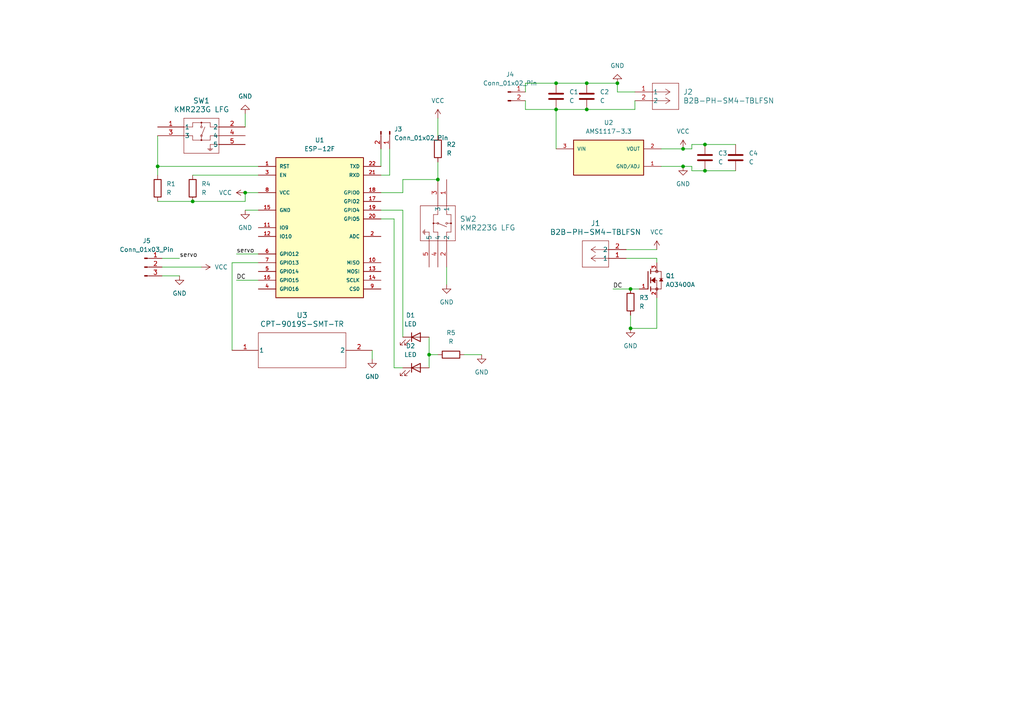
<source format=kicad_sch>
(kicad_sch (version 20230121) (generator eeschema)
  (paper "A4")
  (lib_symbols
    (symbol "Connector:Conn_01x02_Pin" (pin_names (offset 1.016) hide)
      (property "Reference" "J" (at 0 2.54 0))
      (property "Value" "Conn_01x02_Pin" (at 0 -5.08 0))
      (symbol "Conn_01x02_Pin_1_1"
        (polyline (pts (xy 1.27 -2.54) (xy 0.8636 -2.54)) (stroke (width 0.1524)))
        (polyline (pts (xy 1.27 0) (xy 0.8636 0)) (stroke (width 0.1524)))
        (rectangle (start 0.8636 -2.413) (end 0 -2.667) (stroke (width 0.1524)) (fill (type outline)))
        (rectangle (start 0.8636 0.127) (end 0 -0.127) (stroke (width 0.1524)) (fill (type outline)))
        (pin passive line (at 5.08 0 180) (length 3.81) (name "Pin_1") (number "1"))
        (pin passive line (at 5.08 -2.54 180) (length 3.81) (name "Pin_2") (number "2"))
      )
    )
    (symbol "Connector:Conn_01x03_Pin" (pin_names (offset 1.016) hide)
      (property "Reference" "J" (at 0 5.08 0))
      (property "Value" "Conn_01x03_Pin" (at 0 -5.08 0))
      (symbol "Conn_01x03_Pin_1_1"
        (polyline (pts (xy 1.27 -2.54) (xy 0.8636 -2.54)) (stroke (width 0.1524)))
        (polyline (pts (xy 1.27 0) (xy 0.8636 0)) (stroke (width 0.1524)))
        (polyline (pts (xy 1.27 2.54) (xy 0.8636 2.54)) (stroke (width 0.1524)))
        (rectangle (start 0.8636 -2.413) (end 0 -2.667) (stroke (width 0.1524)) (fill (type outline)))
        (rectangle (start 0.8636 0.127) (end 0 -0.127) (stroke (width 0.1524)) (fill (type outline)))
        (rectangle (start 0.8636 2.667) (end 0 2.413) (stroke (width 0.1524)) (fill (type outline)))
        (pin passive line (at 5.08 2.54 180) (length 3.81) (name "Pin_1") (number "1"))
        (pin passive line (at 5.08 0 180) (length 3.81) (name "Pin_2") (number "2"))
        (pin passive line (at 5.08 -2.54 180) (length 3.81) (name "Pin_3") (number "3"))
      )
    )
    (symbol "Device:C" (pin_numbers hide) (pin_names (offset 0.254))
      (property "Reference" "C" (at 0.635 2.54 0))
      (property "Value" "C" (at 0.635 -2.54 0))
      (symbol "C_0_1"
        (polyline (pts (xy -2.032 -0.762) (xy 2.032 -0.762)) (stroke (width 0.508)))
        (polyline (pts (xy -2.032 0.762) (xy 2.032 0.762)) (stroke (width 0.508)))
      )
      (symbol "C_1_1"
        (pin passive line (at 0 3.81 270) (length 2.794) (name "~") (number "1"))
        (pin passive line (at 0 -3.81 90) (length 2.794) (name "~") (number "2"))
      )
    )
    (symbol "Device:LED" (pin_numbers hide) (pin_names (offset 1.016) hide)
      (property "Reference" "D" (at 0 2.54 0))
      (property "Value" "LED" (at 0 -2.54 0))
      (symbol "LED_0_1"
        (polyline (pts (xy -1.27 -1.27) (xy -1.27 1.27)) (stroke (width 0.254)))
        (polyline (pts (xy -1.27 0) (xy 1.27 0)))
        (polyline (pts (xy 1.27 -1.27) (xy 1.27 1.27) (xy -1.27 0) (xy 1.27 -1.27)) (stroke (width 0.254)))
        (polyline (pts (xy -3.048 -0.762) (xy -4.572 -2.286) (xy -3.81 -2.286) (xy -4.572 -2.286) (xy -4.572 -1.524)))
        (polyline (pts (xy -1.778 -0.762) (xy -3.302 -2.286) (xy -2.54 -2.286) (xy -3.302 -2.286) (xy -3.302 -1.524)))
      )
      (symbol "LED_1_1"
        (pin passive line (at -3.81 0 0) (length 2.54) (name "K") (number "1"))
        (pin passive line (at 3.81 0 180) (length 2.54) (name "A") (number "2"))
      )
    )
    (symbol "Device:R" (pin_numbers hide) (pin_names (offset 0))
      (property "Reference" "R" (at 2.032 0 90))
      (property "Value" "R" (at 0 0 90))
      (symbol "R_0_1"
        (rectangle (start -1.016 -2.54) (end 1.016 2.54) (stroke (width 0.254)))
      )
      (symbol "R_1_1"
        (pin passive line (at 0 3.81 270) (length 1.27) (name "~") (number "1"))
        (pin passive line (at 0 -3.81 90) (length 1.27) (name "~") (number "2"))
      )
    )
    (symbol "esp_example_symbols:AMS1117-3.3" (pin_names (offset 1.016))
      (property "Reference" "U" (at -10.16 5.588 0))
      (property "Value" "AMS1117-3.3" (at -10.16 -8.128 0))
      (symbol "AMS1117-3.3_0_0"
        (rectangle (start -10.16 -5.08) (end 10.16 5.08) (stroke (width 0.254)) (fill (type background)))
        (pin power_in line (at 15.24 -2.54 180) (length 5.08) (name "GND/ADJ") (number "1"))
        (pin output line (at 15.24 2.54 180) (length 5.08) (name "VOUT") (number "2"))
        (pin input line (at -15.24 2.54 0) (length 5.08) (name "VIN") (number "3"))
      )
    )
    (symbol "esp_example_symbols:AO3400A" (pin_names (offset 1.016))
      (property "Reference" "Q" (at -8.89 2.54 0))
      (property "Value" "AO3400A" (at -8.89 -7.62 0))
      (symbol "AO3400A_0_0"
        (polyline (pts (xy 0 2.54) (xy 0 -2.54)) (stroke (width 0.254)))
        (polyline (pts (xy 0.762 -2.54) (xy 0.762 -3.175)) (stroke (width 0.254)))
        (polyline (pts (xy 0.762 -1.905) (xy 0.762 -2.54)) (stroke (width 0.254)))
        (polyline (pts (xy 0.762 0) (xy 0.762 -0.762)) (stroke (width 0.254)))
        (polyline (pts (xy 0.762 0) (xy 2.54 0)) (stroke (width 0.1524)))
        (polyline (pts (xy 0.762 0.762) (xy 0.762 0)) (stroke (width 0.254)))
        (polyline (pts (xy 0.762 2.54) (xy 0.762 1.905)) (stroke (width 0.254)))
        (polyline (pts (xy 0.762 2.54) (xy 3.81 2.54)) (stroke (width 0.1524)))
        (polyline (pts (xy 0.762 3.175) (xy 0.762 2.54)) (stroke (width 0.254)))
        (polyline (pts (xy 2.54 -2.54) (xy 0.762 -2.54)) (stroke (width 0.1524)))
        (polyline (pts (xy 2.54 -2.54) (xy 3.81 -2.54)) (stroke (width 0.1524)))
        (polyline (pts (xy 2.54 0) (xy 2.54 -2.54)) (stroke (width 0.1524)))
        (polyline (pts (xy 3.81 0.508) (xy 3.302 0.508)) (stroke (width 0.1524)))
        (polyline (pts (xy 3.81 0.508) (xy 3.81 -2.54)) (stroke (width 0.1524)))
        (polyline (pts (xy 3.81 2.54) (xy 3.81 0.508)) (stroke (width 0.1524)))
        (polyline (pts (xy 4.318 0.508) (xy 3.81 0.508)) (stroke (width 0.1524)))
        (polyline (pts (xy 1.016 0) (xy 2.032 0.762) (xy 2.032 -0.762) (xy 1.016 0)) (stroke (width 0.1524)) (fill (type outline)))
        (polyline (pts (xy 3.81 0.508) (xy 3.302 -0.254) (xy 4.318 -0.254) (xy 3.81 0.508)) (stroke (width 0.1524)) (fill (type outline)))
        (circle (center 2.54 -2.54) (radius 0.3592))
        (circle (center 2.54 2.54) (radius 0.3592))
        (pin passive line (at -2.54 -2.54 0) (length 2.54) (name "~") (number "1"))
        (pin passive line (at 2.54 -5.08 90) (length 2.54) (name "~") (number "2"))
        (pin passive line (at 2.54 5.08 270) (length 2.54) (name "~") (number "3"))
      )
    )
    (symbol "esp_example_symbols:B2B-PH-SM4-TBLFSN" (pin_names (offset 0.254))
      (property "Reference" "J" (at 8.89 6.35 0))
      (property "Value" "B2B-PH-SM4-TBLFSN" (at 0 0 0))
      (symbol "B2B-PH-SM4-TBLFSN_1_1"
        (polyline (pts (xy 5.08 -5.08) (xy 12.7 -5.08)) (stroke (width 0.127)))
        (polyline (pts (xy 5.08 2.54) (xy 5.08 -5.08)) (stroke (width 0.127)))
        (polyline (pts (xy 10.16 -2.54) (xy 5.08 -2.54)) (stroke (width 0.127)))
        (polyline (pts (xy 10.16 -2.54) (xy 8.89 -3.3867)) (stroke (width 0.127)))
        (polyline (pts (xy 10.16 -2.54) (xy 8.89 -1.6933)) (stroke (width 0.127)))
        (polyline (pts (xy 10.16 0) (xy 5.08 0)) (stroke (width 0.127)))
        (polyline (pts (xy 10.16 0) (xy 8.89 -0.8467)) (stroke (width 0.127)))
        (polyline (pts (xy 10.16 0) (xy 8.89 0.8467)) (stroke (width 0.127)))
        (polyline (pts (xy 12.7 -5.08) (xy 12.7 2.54)) (stroke (width 0.127)))
        (polyline (pts (xy 12.7 2.54) (xy 5.08 2.54)) (stroke (width 0.127)))
        (pin unspecified line (at 0 0 0) (length 5.08) (name "1") (number "1"))
        (pin unspecified line (at 0 -2.54 0) (length 5.08) (name "2") (number "2"))
      )
      (symbol "B2B-PH-SM4-TBLFSN_1_2"
        (polyline (pts (xy 5.08 -5.08) (xy 12.7 -5.08)) (stroke (width 0.127)))
        (polyline (pts (xy 5.08 2.54) (xy 5.08 -5.08)) (stroke (width 0.127)))
        (polyline (pts (xy 7.62 -2.54) (xy 5.08 -2.54)) (stroke (width 0.127)))
        (polyline (pts (xy 7.62 -2.54) (xy 8.89 -3.3867)) (stroke (width 0.127)))
        (polyline (pts (xy 7.62 -2.54) (xy 8.89 -1.6933)) (stroke (width 0.127)))
        (polyline (pts (xy 7.62 0) (xy 5.08 0)) (stroke (width 0.127)))
        (polyline (pts (xy 7.62 0) (xy 8.89 -0.8467)) (stroke (width 0.127)))
        (polyline (pts (xy 7.62 0) (xy 8.89 0.8467)) (stroke (width 0.127)))
        (polyline (pts (xy 12.7 -5.08) (xy 12.7 2.54)) (stroke (width 0.127)))
        (polyline (pts (xy 12.7 2.54) (xy 5.08 2.54)) (stroke (width 0.127)))
        (pin unspecified line (at 0 0 0) (length 5.08) (name "1") (number "1"))
        (pin unspecified line (at 0 -2.54 0) (length 5.08) (name "2") (number "2"))
      )
    )
    (symbol "esp_example_symbols:CPT-9019S-SMT-TR" (pin_names (offset 0.254))
      (property "Reference" "U" (at 20.32 10.16 0))
      (property "Value" "CPT-9019S-SMT-TR" (at 20.32 7.62 0))
      (symbol "CPT-9019S-SMT-TR_0_1"
        (polyline (pts (xy 7.62 -5.08) (xy 33.02 -5.08)) (stroke (width 0.127)))
        (polyline (pts (xy 7.62 5.08) (xy 7.62 -5.08)) (stroke (width 0.127)))
        (polyline (pts (xy 33.02 -5.08) (xy 33.02 5.08)) (stroke (width 0.127)))
        (polyline (pts (xy 33.02 5.08) (xy 7.62 5.08)) (stroke (width 0.127)))
        (pin unspecified line (at 0 0 0) (length 7.62) (name "1") (number "1"))
        (pin unspecified line (at 40.64 0 180) (length 7.62) (name "2") (number "2"))
      )
    )
    (symbol "esp_example_symbols:ESP-12F" (pin_names (offset 1.016))
      (property "Reference" "U" (at -12.7254 22.9057 0))
      (property "Value" "ESP-12F" (at -12.7237 -22.9026 0))
      (symbol "ESP-12F_0_0"
        (rectangle (start -12.7 20.32) (end 12.7 -20.32) (stroke (width 0.254)) (fill (type background)))
        (pin bidirectional line (at -17.78 17.78 0) (length 5.08) (name "RST") (number "1"))
        (pin bidirectional line (at 17.78 -10.16 180) (length 5.08) (name "MISO") (number "10"))
        (pin bidirectional line (at -17.78 0 0) (length 5.08) (name "IO9") (number "11"))
        (pin bidirectional line (at -17.78 -2.54 0) (length 5.08) (name "IO10") (number "12"))
        (pin bidirectional line (at 17.78 -12.7 180) (length 5.08) (name "MOSI") (number "13"))
        (pin bidirectional line (at 17.78 -15.24 180) (length 5.08) (name "SCLK") (number "14"))
        (pin bidirectional line (at -17.78 5.08 0) (length 5.08) (name "GND") (number "15"))
        (pin bidirectional line (at -17.78 -15.24 0) (length 5.08) (name "GPIO15") (number "16"))
        (pin bidirectional line (at 17.78 7.62 180) (length 5.08) (name "GPIO2") (number "17"))
        (pin bidirectional line (at 17.78 10.16 180) (length 5.08) (name "GPIO0") (number "18"))
        (pin bidirectional line (at 17.78 5.08 180) (length 5.08) (name "GPIO4") (number "19"))
        (pin bidirectional line (at 17.78 -2.54 180) (length 5.08) (name "ADC") (number "2"))
        (pin bidirectional line (at 17.78 2.54 180) (length 5.08) (name "GPIO5") (number "20"))
        (pin bidirectional line (at 17.78 15.24 180) (length 5.08) (name "RXD") (number "21"))
        (pin bidirectional line (at 17.78 17.78 180) (length 5.08) (name "TXD") (number "22"))
        (pin bidirectional line (at -17.78 15.24 0) (length 5.08) (name "EN") (number "3"))
        (pin bidirectional line (at -17.78 -17.78 0) (length 5.08) (name "GPIO16") (number "4"))
        (pin bidirectional line (at -17.78 -12.7 0) (length 5.08) (name "GPIO14") (number "5"))
        (pin bidirectional line (at -17.78 -7.62 0) (length 5.08) (name "GPIO12") (number "6"))
        (pin bidirectional line (at -17.78 -10.16 0) (length 5.08) (name "GPIO13") (number "7"))
        (pin bidirectional line (at -17.78 10.16 0) (length 5.08) (name "VCC") (number "8"))
        (pin bidirectional line (at 17.78 -17.78 180) (length 5.08) (name "CS0") (number "9"))
      )
    )
    (symbol "esp_example_symbols:KMR223G_LFG" (pin_names (offset 0.254))
      (property "Reference" "SW" (at 12.7 7.62 0))
      (property "Value" "KMR223G LFG" (at 12.7 5.08 0))
      (symbol "KMR223G_LFG_0_1"
        (polyline (pts (xy 7.62 -7.62) (xy 17.78 -7.62)) (stroke (width 0.127)))
        (polyline (pts (xy 7.62 0) (xy 10.16 0)) (stroke (width 0.127)))
        (polyline (pts (xy 7.62 2.54) (xy 7.62 -7.62)) (stroke (width 0.127)))
        (polyline (pts (xy 10.16 -3.81) (xy 10.16 -2.54)) (stroke (width 0.127)))
        (polyline (pts (xy 10.16 -2.54) (xy 7.62 -2.54)) (stroke (width 0.127)))
        (polyline (pts (xy 10.16 0) (xy 10.16 1.27)) (stroke (width 0.127)))
        (polyline (pts (xy 10.16 1.27) (xy 15.24 1.27)) (stroke (width 0.127)))
        (polyline (pts (xy 12.7 -2.794) (xy 12.7 -3.81)) (stroke (width 0.127)))
        (polyline (pts (xy 12.7 1.27) (xy 12.7 0.254)) (stroke (width 0.127)))
        (polyline (pts (xy 13.716 0) (xy 12.7 -2.54)) (stroke (width 0.127)))
        (polyline (pts (xy 14.478 -6.35) (xy 16.002 -6.35)) (stroke (width 0.127)))
        (polyline (pts (xy 14.986 -6.858) (xy 15.494 -6.858)) (stroke (width 0.127)))
        (polyline (pts (xy 15.24 -5.08) (xy 15.24 -6.35)) (stroke (width 0.127)))
        (polyline (pts (xy 15.24 -3.81) (xy 10.16 -3.81)) (stroke (width 0.127)))
        (polyline (pts (xy 15.24 -2.54) (xy 15.24 -3.81)) (stroke (width 0.127)))
        (polyline (pts (xy 15.24 0) (xy 17.78 0)) (stroke (width 0.127)))
        (polyline (pts (xy 15.24 1.27) (xy 15.24 0)) (stroke (width 0.127)))
        (polyline (pts (xy 15.748 -6.604) (xy 14.732 -6.604)) (stroke (width 0.127)))
        (polyline (pts (xy 17.78 -7.62) (xy 17.78 2.54)) (stroke (width 0.127)))
        (polyline (pts (xy 17.78 -5.08) (xy 15.24 -5.08)) (stroke (width 0.127)))
        (polyline (pts (xy 17.78 -2.54) (xy 15.24 -2.54)) (stroke (width 0.127)))
        (polyline (pts (xy 17.78 2.54) (xy 7.62 2.54)) (stroke (width 0.127)))
        (circle (center 12.7 -3.81) (radius 0.127) (stroke (width 0.254)))
        (circle (center 12.7 -2.54) (radius 0.254) (stroke (width 0.127)))
        (circle (center 12.7 0) (radius 0.254) (stroke (width 0.127)))
        (circle (center 12.7 1.27) (radius 0.127) (stroke (width 0.254)))
        (pin unspecified line (at 0 0 0) (length 7.62) (name "1") (number "1"))
        (pin unspecified line (at 25.4 0 180) (length 7.62) (name "2") (number "2"))
        (pin unspecified line (at 0 -2.54 0) (length 7.62) (name "3") (number "3"))
        (pin unspecified line (at 25.4 -2.54 180) (length 7.62) (name "4") (number "4"))
        (pin unspecified line (at 25.4 -5.08 180) (length 7.62) (name "5") (number "5"))
      )
    )
    (symbol "power:GND" (power) (pin_names (offset 0))
      (property "Value" "GND" (at 0 -3.81 0))
      (symbol "GND_0_1"
        (polyline (pts (xy 0 0) (xy 0 -1.27) (xy 1.27 -1.27) (xy 0 -2.54) (xy -1.27 -1.27) (xy 0 -1.27)))
      )
      (symbol "GND_1_1"
        (pin power_in line (at 0 0 270) (length 0) hide (name "GND") (number "1"))
      )
    )
    (symbol "power:VCC" (power) (pin_names (offset 0))
      (property "Value" "VCC" (at 0 3.81 0))
      (symbol "VCC_0_1"
        (polyline (pts (xy -0.762 1.27) (xy 0 2.54)))
        (polyline (pts (xy 0 0) (xy 0 2.54)))
        (polyline (pts (xy 0 2.54) (xy 0.762 1.27)))
      )
      (symbol "VCC_1_1"
        (pin power_in line (at 0 0 90) (length 0) hide (name "VCC") (number "1"))
      )
    )
  )
  (junction (at 198.12 43.18))
  (junction (at 204.47 49.53))
  (junction (at 204.47 41.91))
  (junction (at 161.29 31.75))
  (junction (at 170.18 31.75))
  (junction (at 124.46 102.87))
  (junction (at 182.88 95.25))
  (junction (at 198.12 48.26))
  (junction (at 127 52.07))
  (junction (at 170.18 24.13))
  (junction (at 179.07 24.13))
  (junction (at 161.29 24.13))
  (junction (at 71.12 55.88))
  (junction (at 55.88 58.42))
  (junction (at 182.88 83.82))
  (junction (at 45.72 48.26))
  (wire (pts (xy 182.88 91.44) (xy 182.88 95.25)))
  (wire (pts (xy 177.8 83.82) (xy 182.88 83.82)))
  (wire (pts (xy 204.47 41.91) (xy 200.66 41.91)))
  (wire (pts (xy 181.61 72.39) (xy 190.5 72.39)))
  (wire (pts (xy 191.77 48.26) (xy 198.12 48.26)))
  (wire (pts (xy 204.47 49.53) (xy 213.36 49.53)))
  (wire (pts (xy 190.5 86.36) (xy 190.5 95.25)))
  (wire (pts (xy 71.12 58.42) (xy 71.12 55.88)))
  (wire (pts (xy 110.49 63.5) (xy 114.3 63.5)))
  (wire (pts (xy 113.03 50.8) (xy 110.49 50.8)))
  (wire (pts (xy 110.49 55.88) (xy 116.84 55.88)))
  (wire (pts (xy 179.07 26.67) (xy 184.15 26.67)))
  (wire (pts (xy 68.58 81.28) (xy 74.93 81.28)))
  (wire (pts (xy 161.29 31.75) (xy 152.4 31.75)))
  (wire (pts (xy 116.84 60.96) (xy 116.84 97.79)))
  (wire (pts (xy 204.47 49.53) (xy 200.66 49.53)))
  (wire (pts (xy 181.61 74.93) (xy 190.5 74.93)))
  (wire (pts (xy 161.29 24.13) (xy 170.18 24.13)))
  (wire (pts (xy 46.99 80.01) (xy 52.07 80.01)))
  (wire (pts (xy 71.12 60.96) (xy 74.93 60.96)))
  (wire (pts (xy 55.88 58.42) (xy 71.12 58.42)))
  (wire (pts (xy 184.15 31.75) (xy 184.15 29.21)))
  (wire (pts (xy 45.72 48.26) (xy 45.72 50.8)))
  (wire (pts (xy 127 46.99) (xy 127 52.07)))
  (wire (pts (xy 114.3 106.68) (xy 116.84 106.68)))
  (wire (pts (xy 179.07 24.13) (xy 179.07 26.67)))
  (wire (pts (xy 46.99 74.93) (xy 52.07 74.93)))
  (wire (pts (xy 71.12 33.02) (xy 71.12 36.83)))
  (wire (pts (xy 110.49 43.18) (xy 110.49 48.26)))
  (wire (pts (xy 45.72 39.37) (xy 45.72 48.26)))
  (wire (pts (xy 200.66 49.53) (xy 200.66 48.26)))
  (wire (pts (xy 134.62 102.87) (xy 139.7 102.87)))
  (wire (pts (xy 161.29 31.75) (xy 161.29 43.18)))
  (wire (pts (xy 124.46 102.87) (xy 127 102.87)))
  (wire (pts (xy 127 34.29) (xy 127 39.37)))
  (wire (pts (xy 152.4 24.13) (xy 152.4 26.67)))
  (wire (pts (xy 116.84 52.07) (xy 127 52.07)))
  (wire (pts (xy 68.58 73.66) (xy 74.93 73.66)))
  (wire (pts (xy 113.03 43.18) (xy 113.03 50.8)))
  (wire (pts (xy 200.66 41.91) (xy 200.66 43.18)))
  (wire (pts (xy 55.88 50.8) (xy 74.93 50.8)))
  (wire (pts (xy 116.84 55.88) (xy 116.84 52.07)))
  (wire (pts (xy 71.12 55.88) (xy 74.93 55.88)))
  (wire (pts (xy 190.5 95.25) (xy 182.88 95.25)))
  (wire (pts (xy 129.54 77.47) (xy 129.54 82.55)))
  (wire (pts (xy 67.31 76.2) (xy 67.31 101.6)))
  (wire (pts (xy 152.4 31.75) (xy 152.4 29.21)))
  (wire (pts (xy 200.66 43.18) (xy 198.12 43.18)))
  (wire (pts (xy 45.72 58.42) (xy 55.88 58.42)))
  (wire (pts (xy 191.77 43.18) (xy 198.12 43.18)))
  (wire (pts (xy 182.88 83.82) (xy 185.42 83.82)))
  (wire (pts (xy 190.5 74.93) (xy 190.5 76.2)))
  (wire (pts (xy 124.46 97.79) (xy 124.46 102.87)))
  (wire (pts (xy 170.18 24.13) (xy 179.07 24.13)))
  (wire (pts (xy 46.99 77.47) (xy 58.42 77.47)))
  (wire (pts (xy 110.49 60.96) (xy 116.84 60.96)))
  (wire (pts (xy 124.46 102.87) (xy 124.46 106.68)))
  (wire (pts (xy 74.93 48.26) (xy 45.72 48.26)))
  (wire (pts (xy 170.18 31.75) (xy 184.15 31.75)))
  (wire (pts (xy 161.29 24.13) (xy 152.4 24.13)))
  (wire (pts (xy 198.12 48.26) (xy 200.66 48.26)))
  (wire (pts (xy 67.31 76.2) (xy 74.93 76.2)))
  (wire (pts (xy 161.29 31.75) (xy 170.18 31.75)))
  (wire (pts (xy 114.3 63.5) (xy 114.3 106.68)))
  (wire (pts (xy 204.47 41.91) (xy 213.36 41.91)))
  (wire (pts (xy 107.95 104.14) (xy 107.95 101.6)))
  (label "DC" (at 68.58 81.28 0))
  (label "servo" (at 52.07 74.93 0))
  (label "servo" (at 68.58 73.66 0))
  (label "DC" (at 177.8 83.82 0))
  (symbol (lib_id "power:GND") (at 129.54 82.55 0) (unit 1)
    (property "Reference" "#PWR09" (effects hide))
    (property "Value" "GND" (at 129.54 87.63 0))
  )
  (symbol (lib_id "power:GND") (at 52.07 80.01 0) (unit 1)
    (property "Reference" "#PWR012" (effects hide))
    (property "Value" "GND" (at 52.07 85.09 0))
  )
  (symbol (lib_id "esp_example_symbols:B2B-PH-SM4-TBLFSN") (at 184.15 26.67 0) (unit 1)
    (property "Reference" "J2" (at 198.12 26.67 0) (effects (font (size 1.524 1.524)) (justify left)))
    (property "Value" "B2B-PH-SM4-TBLFSN" (at 198.12 29.21 0) (effects (font (size 1.524 1.524)) (justify left)))
    (property "Footprint" "esp_lib:CONN_B2B-PH-SM4-TBLFSN_JST" (effects hide))
    (property "Datasheet" "B2B-PH-SM4-TBLFSN" (effects hide))
  )
  (symbol (lib_id "power:GND") (at 198.12 48.26 0) (unit 1)
    (property "Reference" "#PWR04" (effects hide))
    (property "Value" "GND" (at 198.12 53.34 0))
  )
  (symbol (lib_id "esp_example_symbols:ESP-12F") (at 92.71 66.04 0) (unit 1)
    (property "Reference" "U1" (at 92.71 40.64 0))
    (property "Value" "ESP-12F" (at 92.71 43.18 0))
    (property "Footprint" "esp_lib:ESP-12F" (effects hide))
    (property "MF" "AI-Thinker" (effects hide))
    (property "Description" "\nWiFi Module\n" (effects hide))
    (property "Package" "Package" (effects hide))
    (property "Price" "None" (effects hide))
    (property "SnapEDA_Link" "https://www.snapeda.com/parts/ESP-12F/AI-Thinker/view-part/?ref=snap" (effects hide))
    (property "MP" "ESP-12F" (effects hide))
    (property "Availability" "Not in stock" (effects hide))
    (property "Check_prices" "https://www.snapeda.com/parts/ESP-12F/AI-Thinker/view-part/?ref=eda" (effects hide))
  )
  (symbol (lib_id "Connector:Conn_01x03_Pin") (at 41.91 77.47 0) (unit 1)
    (property "Reference" "J5" (at 42.545 69.85 0))
    (property "Value" "Conn_01x03_Pin" (at 42.545 72.39 0))
    (property "Footprint" "Connector_PinHeader_2.54mm:PinHeader_1x03_P2.54mm_Vertical" (effects hide))
  )
  (symbol (lib_id "power:GND") (at 179.07 24.13 180) (unit 1)
    (property "Reference" "#PWR07" (effects hide))
    (property "Value" "GND" (at 179.07 19.05 0))
  )
  (symbol (lib_id "Device:R") (at 182.88 87.63 0) (unit 1)
    (property "Reference" "R3" (at 185.42 86.36 0) (effects (justify left)))
    (property "Value" "R" (at 185.42 88.9 0) (effects (justify left)))
    (property "Footprint" "Resistor_SMD:R_0805_2012Metric" (effects hide))
  )
  (symbol (lib_id "power:VCC") (at 190.5 72.39 0) (unit 1)
    (property "Reference" "#PWR06" (effects hide))
    (property "Value" "VCC" (at 190.5 67.31 0))
  )
  (symbol (lib_id "esp_example_symbols:AMS1117-3.3") (at 176.53 45.72 0) (unit 1)
    (property "Reference" "U2" (at 176.53 35.56 0))
    (property "Value" "AMS1117-3.3" (at 176.53 38.1 0))
    (property "Footprint" "esp_lib:SOT229P700X180-4N" (effects hide))
    (property "SnapEDA_Link" "https://www.snapeda.com/parts/AMS1117-3.3/Umwelt+Sensor+Teknik/view-part/?ref=snap" (effects hide))
    (property "Description" "\nLinear Voltage Regulator IC Positive Fixed 1 Output 1A SOT-223-3L\n" (effects hide))
    (property "Package" "None" (effects hide))
    (property "Price" "None" (effects hide))
    (property "MF" "UMW" (effects hide))
    (property "MP" "AMS1117-3.3" (effects hide))
    (property "Availability" "In Stock" (effects hide))
    (property "Check_prices" "https://www.snapeda.com/parts/AMS1117-3.3/Umwelt+Sensor+Teknik/view-part/?ref=eda" (effects hide))
  )
  (symbol (lib_id "power:GND") (at 182.88 95.25 0) (unit 1)
    (property "Reference" "#PWR05" (effects hide))
    (property "Value" "GND" (at 182.88 100.33 0))
  )
  (symbol (lib_id "Device:LED") (at 120.65 97.79 0) (unit 1)
    (property "Reference" "D1" (at 119.0625 91.44 0))
    (property "Value" "LED" (at 119.0625 93.98 0))
    (property "Footprint" "LED_SMD:LED_1206_3216Metric" (effects hide))
  )
  (symbol (lib_id "Device:R") (at 130.81 102.87 90) (unit 1)
    (property "Reference" "R5" (at 130.81 96.52 90))
    (property "Value" "R" (at 130.81 99.06 90))
    (property "Footprint" "Resistor_SMD:R_0805_2012Metric" (effects hide))
  )
  (symbol (lib_id "esp_example_symbols:CPT-9019S-SMT-TR") (at 67.31 101.6 0) (unit 1)
    (property "Reference" "U3" (at 87.63 91.44 0) (effects (font (size 1.524 1.524))))
    (property "Value" "CPT-9019S-SMT-TR" (at 87.63 93.98 0) (effects (font (size 1.524 1.524))))
    (property "Footprint" "esp_lib:SM_CPT_9X9_CUD" (effects hide))
    (property "Datasheet" "CPT-9019S-SMT-TR" (effects hide))
  )
  (symbol (lib_id "Device:R") (at 45.72 54.61 0) (unit 1)
    (property "Reference" "R1" (at 48.26 53.34 0) (effects (justify left)))
    (property "Value" "R" (at 48.26 55.88 0) (effects (justify left)))
    (property "Footprint" "Resistor_SMD:R_0805_2012Metric" (effects hide))
  )
  (symbol (lib_id "Connector:Conn_01x02_Pin") (at 147.32 26.67 0) (unit 1)
    (property "Reference" "J4" (at 147.955 21.59 0))
    (property "Value" "Conn_01x02_Pin" (at 147.955 24.13 0))
    (property "Footprint" "Connector_PinHeader_2.54mm:PinHeader_1x02_P2.54mm_Vertical" (effects hide))
  )
  (symbol (lib_id "esp_example_symbols:AO3400A") (at 187.96 81.28 0) (unit 1)
    (property "Reference" "Q1" (at 193.04 80.01 0) (effects (justify left)))
    (property "Value" "AO3400A" (at 193.04 82.55 0) (effects (justify left)))
    (property "Footprint" "esp_lib:SOT95P280X125-3N" (effects hide))
    (property "MF" "Alpha &" (effects hide))
    (property "MAXIMUM_PACKAGE_HEIGHT" "1.25 mm" (effects hide))
    (property "Package" "SOT-23 Alpha &amp; Omega Semiconductor" (effects hide))
    (property "Price" "None" (effects hide))
    (property "Check_prices" "https://www.snapeda.com/parts/AO3400A/Alpha+%2526+Omega+Semiconductor+Inc./view-part/?ref=eda" (effects hide))
    (property "STANDARD" "IPC 7351B" (effects hide))
    (property "PARTREV" "L" (effects hide))
    (property "SnapEDA_Link" "https://www.snapeda.com/parts/AO3400A/Alpha+%2526+Omega+Semiconductor+Inc./view-part/?ref=snap" (effects hide))
    (property "MP" "AO3400A" (effects hide))
    (property "Description" "\nN-Channel 30 V 5.7A (Ta) 1.4W (Ta) Surface Mount SOT-23-3\n" (effects hide))
    (property "Availability" "In Stock" (effects hide))
    (property "MANUFACTURER" "Alpha & Omega Semiconductor" (effects hide))
  )
  (symbol (lib_id "Device:C") (at 170.18 27.94 0) (unit 1)
    (property "Reference" "C2" (at 173.99 26.67 0) (effects (justify left)))
    (property "Value" "C" (at 173.99 29.21 0) (effects (justify left)))
    (property "Footprint" "Capacitor_SMD:C_0805_2012Metric" (effects hide))
  )
  (symbol (lib_id "esp_example_symbols:KMR223G_LFG") (at 45.72 36.83 0) (unit 1)
    (property "Reference" "SW1" (at 58.42 29.21 0) (effects (font (size 1.524 1.524))))
    (property "Value" "KMR223G LFG" (at 58.42 31.75 0) (effects (font (size 1.524 1.524))))
    (property "Footprint" "esp_lib:KMR2_G_CNK" (effects hide))
    (property "Datasheet" "KMR223G LFG" (effects hide))
  )
  (symbol (lib_id "Device:C") (at 161.29 27.94 0) (unit 1)
    (property "Reference" "C1" (at 165.1 26.67 0) (effects (justify left)))
    (property "Value" "C" (at 165.1 29.21 0) (effects (justify left)))
    (property "Footprint" "Capacitor_SMD:C_0805_2012Metric" (effects hide))
  )
  (symbol (lib_id "power:GND") (at 107.95 104.14 0) (unit 1)
    (property "Reference" "#PWR014" (effects hide))
    (property "Value" "GND" (at 107.95 109.22 0))
  )
  (symbol (lib_id "power:VCC") (at 198.12 43.18 0) (unit 1)
    (property "Reference" "#PWR01" (effects hide))
    (property "Value" "VCC" (at 198.12 38.1 0))
  )
  (symbol (lib_id "power:GND") (at 71.12 33.02 180) (unit 1)
    (property "Reference" "#PWR010" (effects hide))
    (property "Value" "GND" (at 71.12 27.94 0))
  )
  (symbol (lib_id "Device:R") (at 127 43.18 0) (unit 1)
    (property "Reference" "R2" (at 129.54 41.91 0) (effects (justify left)))
    (property "Value" "R" (at 129.54 44.45 0) (effects (justify left)))
    (property "Footprint" "Resistor_SMD:R_0805_2012Metric" (effects hide))
  )
  (symbol (lib_id "power:VCC") (at 71.12 55.88 90) (unit 1)
    (property "Reference" "#PWR02" (effects hide))
    (property "Value" "VCC" (at 67.31 55.88 90) (effects (justify left)))
  )
  (symbol (lib_id "power:VCC") (at 58.42 77.47 270) (unit 1)
    (property "Reference" "#PWR011" (effects hide))
    (property "Value" "VCC" (at 62.23 77.47 90) (effects (justify left)))
  )
  (symbol (lib_id "power:GND") (at 71.12 60.96 0) (unit 1)
    (property "Reference" "#PWR03" (effects hide))
    (property "Value" "GND" (at 71.12 66.04 0))
  )
  (symbol (lib_id "Device:LED") (at 120.65 106.68 0) (unit 1)
    (property "Reference" "D2" (at 119.0625 100.33 0))
    (property "Value" "LED" (at 119.0625 102.87 0))
    (property "Footprint" "LED_SMD:LED_1206_3216Metric" (effects hide))
  )
  (symbol (lib_id "power:VCC") (at 127 34.29 0) (unit 1)
    (property "Reference" "#PWR08" (effects hide))
    (property "Value" "VCC" (at 127 29.21 0))
  )
  (symbol (lib_id "power:GND") (at 139.7 102.87 0) (unit 1)
    (property "Reference" "#PWR013" (effects hide))
    (property "Value" "GND" (at 139.7 107.95 0))
  )
  (symbol (lib_id "esp_example_symbols:B2B-PH-SM4-TBLFSN") (at 181.61 74.93 180) (unit 1)
    (property "Reference" "J1" (at 172.72 64.77 0) (effects (font (size 1.524 1.524))))
    (property "Value" "B2B-PH-SM4-TBLFSN" (at 172.72 67.31 0) (effects (font (size 1.524 1.524))))
    (property "Footprint" "esp_lib:CONN_B2B-PH-SM4-TBLFSN_JST" (effects hide))
    (property "Datasheet" "B2B-PH-SM4-TBLFSN" (effects hide))
  )
  (symbol (lib_id "esp_example_symbols:KMR223G_LFG") (at 129.54 52.07 270) (unit 1)
    (property "Reference" "SW2" (at 133.35 63.5 90) (effects (font (size 1.524 1.524)) (justify left)))
    (property "Value" "KMR223G LFG" (at 133.35 66.04 90) (effects (font (size 1.524 1.524)) (justify left)))
    (property "Footprint" "esp_lib:KMR2_G_CNK" (effects hide))
    (property "Datasheet" "KMR223G LFG" (effects hide))
  )
  (symbol (lib_id "Device:R") (at 55.88 54.61 0) (unit 1)
    (property "Reference" "R4" (at 58.42 53.34 0) (effects (justify left)))
    (property "Value" "R" (at 58.42 55.88 0) (effects (justify left)))
    (property "Footprint" "Resistor_SMD:R_0805_2012Metric" (effects hide))
  )
  (symbol (lib_id "Device:C") (at 213.36 45.72 0) (unit 1)
    (property "Reference" "C4" (at 217.17 44.45 0) (effects (justify left)))
    (property "Value" "C" (at 217.17 46.99 0) (effects (justify left)))
    (property "Footprint" "Capacitor_SMD:C_0805_2012Metric" (effects hide))
  )
  (symbol (lib_id "Device:C") (at 204.47 45.72 0) (unit 1)
    (property "Reference" "C3" (at 208.28 44.45 0) (effects (justify left)))
    (property "Value" "C" (at 208.28 46.99 0) (effects (justify left)))
    (property "Footprint" "Capacitor_SMD:C_0805_2012Metric" (effects hide))
  )
  (symbol (lib_id "Connector:Conn_01x02_Pin") (at 113.03 38.1 270) (unit 1)
    (property "Reference" "J3" (at 114.3 37.465 90) (effects (justify left)))
    (property "Value" "Conn_01x02_Pin" (at 114.3 40.005 90) (effects (justify left)))
    (property "Footprint" "Connector_PinHeader_2.54mm:PinHeader_1x02_P2.54mm_Vertical" (effects hide))
  )
)
</source>
